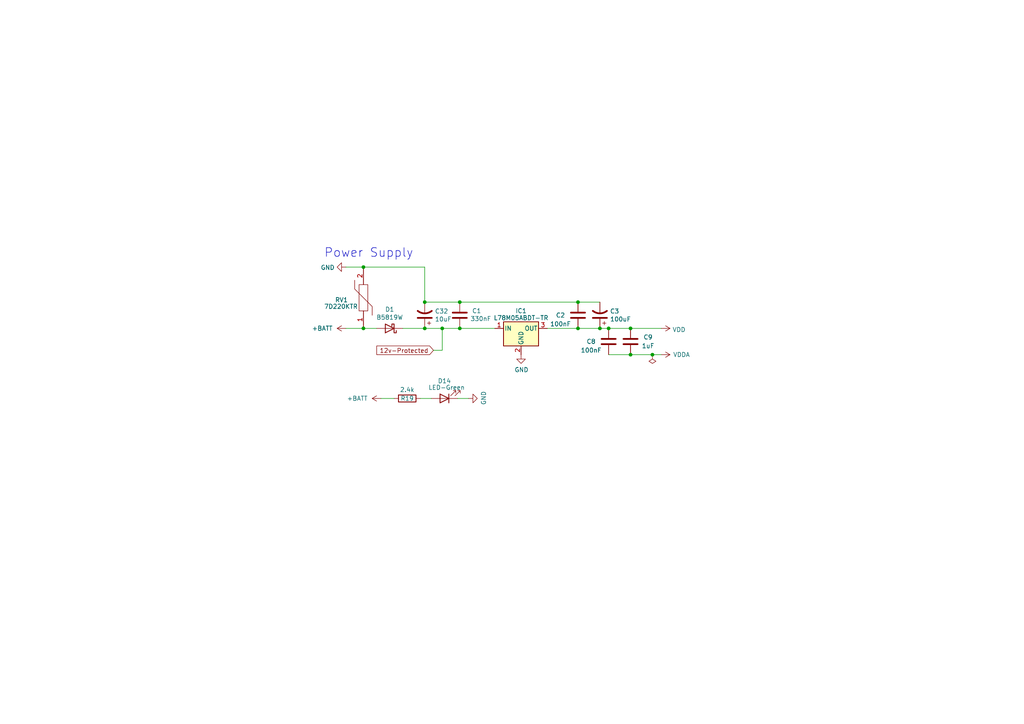
<source format=kicad_sch>
(kicad_sch (version 20211123) (generator eeschema)
  (paper "A4")
  (lib_symbols
    (symbol "Device:C" (pin_numbers hide) (pin_names (offset 0.254))
      (property "Reference" "C" (at 0.635 2.54 0))
      (property "Value" "C" (at 0.635 -2.54 0))
      (symbol "C_0_1"
        (polyline (pts (xy -2.032 -0.762) (xy 2.032 -0.762)) (stroke (width 0.508)))
        (polyline (pts (xy -2.032 0.762) (xy 2.032 0.762)) (stroke (width 0.508)))
      )
      (symbol "C_1_1"
        (pin passive line (at 0 3.81 270) (length 2.794) (name "~") (number "1"))
        (pin passive line (at 0 -3.81 90) (length 2.794) (name "~") (number "2"))
      )
    )
    (symbol "Device:CP1" (pin_numbers hide) (pin_names (offset 0.254) hide)
      (property "Reference" "C" (at 0.635 2.54 0))
      (property "Value" "Device_CP1" (at 0.635 -2.54 0))
      (symbol "CP1_0_1"
        (polyline (pts (xy -2.032 0.762) (xy 2.032 0.762)) (stroke (width 0.508)))
        (polyline (pts (xy -1.778 2.286) (xy -0.762 2.286)))
        (polyline (pts (xy -1.27 1.778) (xy -1.27 2.794)))
        (arc (start 2.032 -1.27) (mid 0 -0.5572) (end -2.032 -1.27) (stroke (width 0.508)))
      )
      (symbol "CP1_1_1"
        (pin passive line (at 0 3.81 270) (length 2.794) (name "~") (number "1"))
        (pin passive line (at 0 -3.81 90) (length 3.302) (name "~") (number "2"))
      )
    )
    (symbol "Device:C_Polarized_US" (pin_numbers hide) (pin_names (offset 0.254) hide)
      (property "Reference" "C" (at 0.635 2.54 0))
      (property "Value" "C_Polarized_US" (at 0.635 -2.54 0))
      (symbol "C_Polarized_US_0_1"
        (polyline (pts (xy -2.032 0.762) (xy 2.032 0.762)) (stroke (width 0.508)))
        (polyline (pts (xy -1.778 2.286) (xy -0.762 2.286)))
        (polyline (pts (xy -1.27 1.778) (xy -1.27 2.794)))
        (arc (start 2.032 -1.27) (mid 0 -0.5572) (end -2.032 -1.27) (stroke (width 0.508)))
      )
      (symbol "C_Polarized_US_1_1"
        (pin passive line (at 0 3.81 270) (length 2.794) (name "~") (number "1"))
        (pin passive line (at 0 -3.81 90) (length 3.302) (name "~") (number "2"))
      )
    )
    (symbol "Device:D_Schottky" (pin_numbers hide) (pin_names (offset 1.016) hide)
      (property "Reference" "D" (at 0 2.54 0))
      (property "Value" "D_Schottky" (at 0 -2.54 0))
      (symbol "D_Schottky_0_1"
        (polyline (pts (xy 1.27 0) (xy -1.27 0)))
        (polyline (pts (xy 1.27 1.27) (xy 1.27 -1.27) (xy -1.27 0) (xy 1.27 1.27)) (stroke (width 0.254)))
        (polyline (pts (xy -1.905 0.635) (xy -1.905 1.27) (xy -1.27 1.27) (xy -1.27 -1.27) (xy -0.635 -1.27) (xy -0.635 -0.635)) (stroke (width 0.254)))
      )
      (symbol "D_Schottky_1_1"
        (pin passive line (at -3.81 0 0) (length 2.54) (name "K") (number "1"))
        (pin passive line (at 3.81 0 180) (length 2.54) (name "A") (number "2"))
      )
    )
    (symbol "Device:LED" (pin_numbers hide) (pin_names (offset 1.016) hide)
      (property "Reference" "D" (at 0 2.54 0))
      (property "Value" "LED" (at 0 -2.54 0))
      (symbol "LED_0_1"
        (polyline (pts (xy -1.27 -1.27) (xy -1.27 1.27)) (stroke (width 0.254)))
        (polyline (pts (xy -1.27 0) (xy 1.27 0)))
        (polyline (pts (xy 1.27 -1.27) (xy 1.27 1.27) (xy -1.27 0) (xy 1.27 -1.27)) (stroke (width 0.254)))
        (polyline (pts (xy -3.048 -0.762) (xy -4.572 -2.286) (xy -3.81 -2.286) (xy -4.572 -2.286) (xy -4.572 -1.524)))
        (polyline (pts (xy -1.778 -0.762) (xy -3.302 -2.286) (xy -2.54 -2.286) (xy -3.302 -2.286) (xy -3.302 -1.524)))
      )
      (symbol "LED_1_1"
        (pin passive line (at -3.81 0 0) (length 2.54) (name "K") (number "1"))
        (pin passive line (at 3.81 0 180) (length 2.54) (name "A") (number "2"))
      )
    )
    (symbol "Device:R" (pin_numbers hide) (pin_names (offset 0))
      (property "Reference" "R" (at 2.032 0 90))
      (property "Value" "R" (at 0 0 90))
      (symbol "R_0_1"
        (rectangle (start -1.016 -2.54) (end 1.016 2.54) (stroke (width 0.254)))
      )
      (symbol "R_1_1"
        (pin passive line (at 0 3.81 270) (length 1.27) (name "~") (number "1"))
        (pin passive line (at 0 -3.81 90) (length 1.27) (name "~") (number "2"))
      )
    )
    (symbol "MOV-07D220KTR:MOV-07D220KTR" (pin_names (offset 0.762))
      (property "Reference" "RV" (at 13.97 6.35 0))
      (property "Value" "MOV-07D220KTR" (at 13.97 3.81 0))
      (symbol "MOV-07D220KTR_0_0"
        (pin passive line (at 0 0 0) (length 5.08) (name "~") (number "1"))
        (pin passive line (at 17.78 0 180) (length 5.08) (name "~") (number "2"))
      )
      (symbol "MOV-07D220KTR_0_1"
        (polyline (pts (xy 3.81 -2.54) (xy 6.35 -2.54) (xy 11.43 2.54) (xy 13.97 2.54)) (stroke (width 0.1524)))
        (polyline (pts (xy 5.08 1.27) (xy 12.7 1.27) (xy 12.7 -1.27) (xy 5.08 -1.27) (xy 5.08 1.27)) (stroke (width 0.1524)))
      )
    )
    (symbol "Regulator_Linear:L7805" (pin_names (offset 0.254))
      (property "Reference" "U" (at -3.81 3.175 0))
      (property "Value" "L7805" (at 0 3.175 0))
      (symbol "L7805_0_1"
        (rectangle (start -5.08 1.905) (end 5.08 -5.08) (stroke (width 0.254)) (fill (type background)))
      )
      (symbol "L7805_1_1"
        (pin power_in line (at -7.62 0 0) (length 2.54) (name "IN") (number "1"))
        (pin power_in line (at 0 -7.62 90) (length 2.54) (name "GND") (number "2"))
        (pin power_out line (at 7.62 0 180) (length 2.54) (name "OUT") (number "3"))
      )
    )
    (symbol "power:+BATT" (power) (pin_names (offset 0))
      (property "Value" "+BATT" (at 0 3.556 0))
      (symbol "+BATT_0_1"
        (polyline (pts (xy -0.762 1.27) (xy 0 2.54)))
        (polyline (pts (xy 0 0) (xy 0 2.54)))
        (polyline (pts (xy 0 2.54) (xy 0.762 1.27)))
      )
      (symbol "+BATT_1_1"
        (pin power_in line (at 0 0 90) (length 0) hide (name "+BATT") (number "1"))
      )
    )
    (symbol "power:GND" (power) (pin_names (offset 0))
      (property "Value" "GND" (at 0 -3.81 0))
      (symbol "GND_0_1"
        (polyline (pts (xy 0 0) (xy 0 -1.27) (xy 1.27 -1.27) (xy 0 -2.54) (xy -1.27 -1.27) (xy 0 -1.27)))
      )
      (symbol "GND_1_1"
        (pin power_in line (at 0 0 270) (length 0) hide (name "GND") (number "1"))
      )
    )
    (symbol "power:PWR_FLAG" (power) (pin_numbers hide) (pin_names (offset 0) hide)
      (property "Value" "PWR_FLAG" (at 0 3.81 0))
      (symbol "PWR_FLAG_0_0"
        (pin power_out line (at 0 0 90) (length 0) (name "pwr") (number "1"))
      )
      (symbol "PWR_FLAG_0_1"
        (polyline (pts (xy 0 0) (xy 0 1.27) (xy -1.016 1.905) (xy 0 2.54) (xy 1.016 1.905) (xy 0 1.27)))
      )
    )
    (symbol "power:VDD" (power) (pin_names (offset 0))
      (property "Value" "VDD" (at 0 3.81 0))
      (symbol "VDD_0_1"
        (polyline (pts (xy -0.762 1.27) (xy 0 2.54)))
        (polyline (pts (xy 0 0) (xy 0 2.54)))
        (polyline (pts (xy 0 2.54) (xy 0.762 1.27)))
      )
      (symbol "VDD_1_1"
        (pin power_in line (at 0 0 90) (length 0) hide (name "VDD") (number "1"))
      )
    )
    (symbol "power:VDDA" (power) (pin_names (offset 0))
      (property "Value" "VDDA" (at 0 3.81 0))
      (symbol "VDDA_0_1"
        (polyline (pts (xy -0.762 1.27) (xy 0 2.54)))
        (polyline (pts (xy 0 0) (xy 0 2.54)))
        (polyline (pts (xy 0 2.54) (xy 0.762 1.27)))
      )
      (symbol "VDDA_1_1"
        (pin power_in line (at 0 0 90) (length 0) hide (name "VDDA") (number "1"))
      )
    )
  )
  (junction (at 123.19 95.25))
  (junction (at 167.64 95.25))
  (junction (at 123.19 87.63))
  (junction (at 105.41 95.25))
  (junction (at 128.27 95.25))
  (junction (at 182.88 95.25))
  (junction (at 105.41 77.47))
  (junction (at 133.35 87.63))
  (junction (at 189.23 102.87))
  (junction (at 176.53 95.25))
  (junction (at 133.35 95.25))
  (junction (at 173.99 95.25))
  (junction (at 182.88 102.87))
  (junction (at 167.64 87.63))
  (wire (pts (xy 133.35 95.25) (xy 143.51 95.25)))
  (wire (pts (xy 189.23 102.87) (xy 191.77 102.87)))
  (wire (pts (xy 132.715 115.57) (xy 135.89 115.57)))
  (wire (pts (xy 110.49 115.57) (xy 114.3 115.57)))
  (wire (pts (xy 123.19 95.25) (xy 128.27 95.25)))
  (wire (pts (xy 105.41 77.47) (xy 123.19 77.47)))
  (wire (pts (xy 128.27 101.6) (xy 128.27 95.25)))
  (wire (pts (xy 176.53 102.87) (xy 182.88 102.87)))
  (wire (pts (xy 128.27 95.25) (xy 133.35 95.25)))
  (wire (pts (xy 182.88 95.25) (xy 191.77 95.25)))
  (wire (pts (xy 125.73 101.6) (xy 128.27 101.6)))
  (wire (pts (xy 167.64 95.25) (xy 173.99 95.25)))
  (wire (pts (xy 105.41 95.25) (xy 109.22 95.25)))
  (wire (pts (xy 125.095 115.57) (xy 121.92 115.57)))
  (wire (pts (xy 116.84 95.25) (xy 123.19 95.25)))
  (wire (pts (xy 100.33 77.47) (xy 105.41 77.47)))
  (wire (pts (xy 100.33 95.25) (xy 105.41 95.25)))
  (wire (pts (xy 167.64 87.63) (xy 173.99 87.63)))
  (wire (pts (xy 176.53 95.25) (xy 182.88 95.25)))
  (wire (pts (xy 123.19 77.47) (xy 123.19 87.63)))
  (wire (pts (xy 123.19 87.63) (xy 133.35 87.63)))
  (wire (pts (xy 158.75 95.25) (xy 167.64 95.25)))
  (wire (pts (xy 182.88 102.87) (xy 189.23 102.87)))
  (wire (pts (xy 133.35 87.63) (xy 167.64 87.63)))
  (wire (pts (xy 173.99 95.25) (xy 176.53 95.25)))
  (text "Power Supply" (at 93.98 74.93 0) (effects (font (size 2.54 2.54)) (justify left bottom)))
  (global_label "12v-Protected" (shape input) (at 125.73 101.6 180) (property "Intersheet References" "${INTERSHEET_REFS}" (effects hide)))
  (symbol (lib_id "Device:R") (at 118.11 115.57 270) (unit 1)
    (property "Reference" "R19" (at 118.11 115.57 90))
    (property "Value" "2.4k" (at 118.11 113.03 90))
    (property "Footprint" "Resistor_SMD:R_0603_1608Metric" (effects hide))
    (property "LCSC" "C22940" (effects hide))
  )
  (symbol (lib_id "power:VDD") (at 191.77 95.25 270) (unit 1)
    (property "Reference" "#PWR0103" (effects hide))
    (property "Value" "VDD" (at 195.0212 95.631 90) (effects (justify left)))
  )
  (symbol (lib_id "power:+BATT") (at 100.33 95.25 90) (unit 1)
    (property "Reference" "#PWR0133" (effects hide))
    (property "Value" "+BATT" (at 96.52 95.25 90) (effects (justify left)))
  )
  (symbol (lib_id "Device:C") (at 182.88 99.06 0) (unit 1)
    (property "Reference" "C9" (at 187.96 97.79 0))
    (property "Value" "1uF" (at 187.96 100.33 0))
    (property "Footprint" "Capacitor_SMD:C_0603_1608Metric" (effects hide))
    (property "JLC" "C15849" (effects hide))
    (property "LCSC" "C15849" (effects hide))
  )
  (symbol (lib_id "Device:CP1") (at 173.99 91.44 180) (unit 1)
    (property "Reference" "C3" (at 176.911 90.2716 0) (effects (justify right)))
    (property "Value" "100uF" (at 176.911 92.583 0) (effects (justify right)))
    (property "Footprint" "Capacitor_Tantalum_SMD:CP_EIA-3528-15_AVX-H" (effects hide))
    (property "LCSC" "C16133" (effects hide))
    (property "PN" "TAJB107K006RNJ" (effects hide))
  )
  (symbol (lib_id "power:+BATT") (at 110.49 115.57 90) (unit 1)
    (property "Reference" "#PWR0139" (effects hide))
    (property "Value" "+BATT" (at 106.68 115.57 90) (effects (justify left)))
  )
  (symbol (lib_id "power:GND") (at 135.89 115.57 90) (unit 1)
    (property "Reference" "#PWR0134" (effects hide))
    (property "Value" "GND" (at 140.2842 115.443 0))
  )
  (symbol (lib_id "power:VDDA") (at 191.77 102.87 270) (unit 1)
    (property "Reference" "#PWR0104" (effects hide))
    (property "Value" "VDDA" (at 195.199 102.8699 90) (effects (justify left)))
  )
  (symbol (lib_id "Device:C") (at 176.53 99.06 0) (unit 1)
    (property "Reference" "C8" (at 171.45 99.06 0))
    (property "Value" "100nF" (at 171.45 101.6 0))
    (property "Footprint" "Capacitor_SMD:C_0603_1608Metric" (effects hide))
    (property "JLC" "C14663" (effects hide))
    (property "LCSC" "C14663" (effects hide))
  )
  (symbol (lib_id "power:PWR_FLAG") (at 189.23 102.87 180) (unit 1)
    (property "Reference" "#FLG0101" (effects hide))
    (property "Value" "PWR_FLAG" (effects hide))
  )
  (symbol (lib_id "power:GND") (at 151.13 102.87 0) (unit 1)
    (property "Reference" "#PWR0102" (effects hide))
    (property "Value" "GND" (at 151.257 107.2642 0))
  )
  (symbol (lib_id "Device:LED") (at 128.905 115.57 180) (unit 1)
    (property "Reference" "D14" (at 128.905 110.49 0))
    (property "Value" "LED-Green" (at 129.54 112.395 0))
    (property "Footprint" "LED_SMD:LED_0603_1608Metric" (effects hide))
    (property "LCSC" "C72043" (effects hide))
  )
  (symbol (lib_id "MOV-07D220KTR:MOV-07D220KTR") (at 105.41 95.25 90) (unit 1)
    (property "Reference" "RV1" (at 97.155 86.995 90) (effects (justify right)))
    (property "Value" "7D220KTR" (at 93.98 88.9 90) (effects (justify right)))
    (property "Footprint" "Detonation:MOV07D220KTR" (effects hide))
    (property "Datasheet" "https://www.bourns.com/docs/Product-Datasheets/MOV07D.pdf" (effects hide))
    (property "Description" "Varistors 2300pF 22volts 10% MOV-07DxxxK Series - Metal Oxide Varistor" (effects hide))
    (property "Manufacturer_Name" "Bourns" (effects hide))
  )
  (symbol (lib_id "power:GND") (at 100.33 77.47 270) (unit 1)
    (property "Reference" "#PWR0121" (effects hide))
    (property "Value" "GND" (at 97.0788 77.597 90) (effects (justify right)))
  )
  (symbol (lib_id "Device:C_Polarized_US") (at 123.19 91.44 180) (unit 1) (in_bom no)
    (property "Reference" "C32" (at 126.111 90.2716 0) (effects (justify right)))
    (property "Value" "10uF" (at 126.111 92.583 0) (effects (justify right)))
    (property "Footprint" "Capacitor_THT:CP_Radial_Tantal_D5.0mm_P2.50mm" (effects hide))
  )
  (symbol (lib_id "Device:C") (at 167.64 91.44 0) (unit 1)
    (property "Reference" "C2" (at 162.56 91.44 0))
    (property "Value" "100nF" (at 162.56 93.98 0))
    (property "Footprint" "Capacitor_SMD:C_0603_1608Metric" (effects hide))
    (property "JLC" "C14663" (effects hide))
    (property "LCSC" "C14663" (effects hide))
  )
  (symbol (lib_id "Device:D_Schottky") (at 113.03 95.25 180) (unit 1)
    (property "Reference" "D1" (at 113.03 89.7382 0))
    (property "Value" "B5819W" (at 113.03 92.0496 0))
    (property "Footprint" "Diode_SMD:D_SOD-123" (effects hide))
    (property "LCSC" "C8598" (effects hide))
    (property "Manufacture Part Number" "B5819W" (effects hide))
  )
  (symbol (lib_id "Device:C") (at 133.35 91.44 180) (unit 1)
    (property "Reference" "C1" (at 136.906 90.17 0) (effects (justify right)))
    (property "Value" "330nF" (at 136.398 92.456 0) (effects (justify right)))
    (property "Footprint" "Capacitor_SMD:C_0805_2012Metric" (effects hide))
    (property "LCSC" "C1740" (effects hide))
    (property "Manufacture Part Number" "0805B334K500NT" (effects hide))
  )
  (symbol (lib_id "Regulator_Linear:L7805") (at 151.13 95.25 0) (unit 1)
    (property "Reference" "IC1" (at 151.13 90.17 0))
    (property "Value" "L78M05ABDT-TR" (at 151.13 92.202 0))
    (property "Footprint" "Detonation:TO-252-2-Thermal-Pad" (effects hide))
    (property "Datasheet" "https://datasheet.lcsc.com/lcsc/1811071521_STMicroelectronics-L7805CDT-TR_C310413.pdf" (effects hide))
    (property "LCSC" "C58069" (effects hide))
  )
)
</source>
